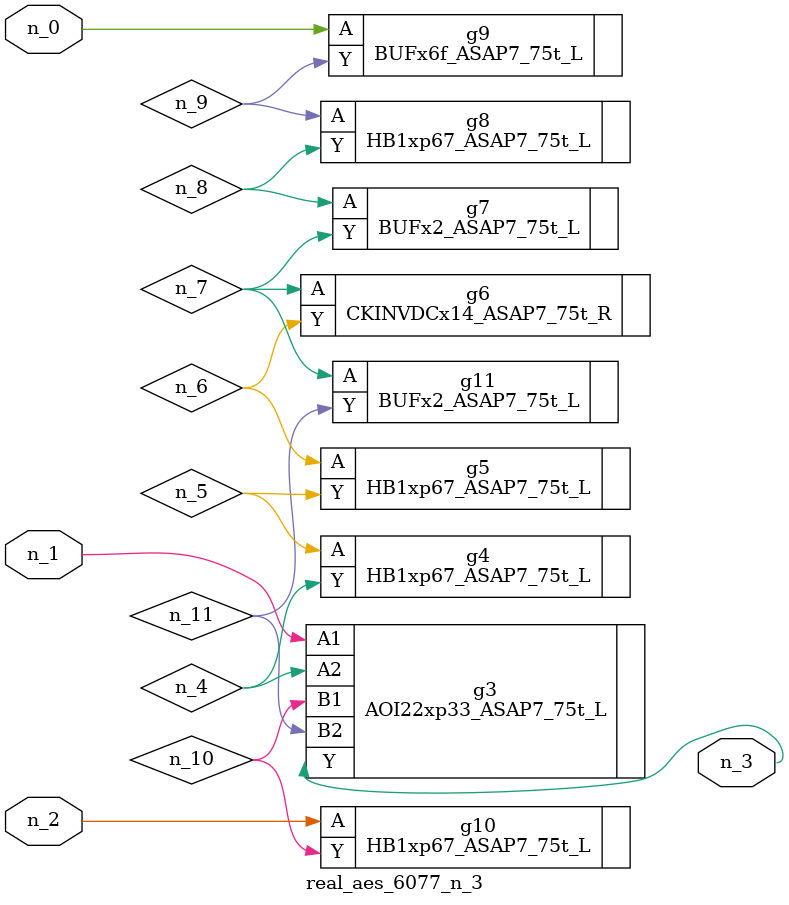
<source format=v>
module real_aes_6077_n_3 (n_0, n_2, n_1, n_3);
input n_0;
input n_2;
input n_1;
output n_3;
wire n_4;
wire n_5;
wire n_7;
wire n_8;
wire n_6;
wire n_9;
wire n_10;
wire n_11;
BUFx6f_ASAP7_75t_L g9 ( .A(n_0), .Y(n_9) );
AOI22xp33_ASAP7_75t_L g3 ( .A1(n_1), .A2(n_4), .B1(n_10), .B2(n_11), .Y(n_3) );
HB1xp67_ASAP7_75t_L g10 ( .A(n_2), .Y(n_10) );
HB1xp67_ASAP7_75t_L g4 ( .A(n_5), .Y(n_4) );
HB1xp67_ASAP7_75t_L g5 ( .A(n_6), .Y(n_5) );
CKINVDCx14_ASAP7_75t_R g6 ( .A(n_7), .Y(n_6) );
BUFx2_ASAP7_75t_L g11 ( .A(n_7), .Y(n_11) );
BUFx2_ASAP7_75t_L g7 ( .A(n_8), .Y(n_7) );
HB1xp67_ASAP7_75t_L g8 ( .A(n_9), .Y(n_8) );
endmodule
</source>
